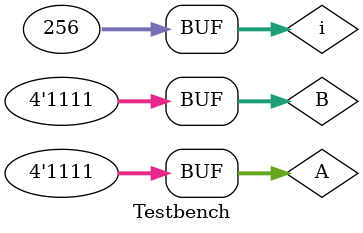
<source format=v>
`timescale 1ns / 1ps


module Testbench;

	// Inputs
	reg [3:0] A;
	reg [3:0] B;

	// Outputs
	wire [3:0] Sum;
	wire Cout;
	
	//vars 
	integer i;
	
	// Instantiate the Unit Under Test (UUT)
	FourBitFullAdder uut (.A(A), .B(B), .Sum(Sum), .Cout(Cout) );

	initial begin
		// Initialize Inputs
//		A = 4'b0000;B = 4'b0000;Cin = 1'b0;
//		#40 A = 4'b0010;B = 4'b1111;Cin = 1'b0;
//		#80 A = 4'b0100;B = 4'b1110;Cin = 1'b1;
//		#120 A = 4'b1000;B = 4'b1010;Cin = 1'b1;
//		repeat(10)
//		input_generate(A,B,Cin);
//		#150 $finish;
		A = 0;
		B = 0;

	end

	initial
			$monitor( "A(%b) + B(%b)  = carry sum(%b %b)",A ,B ,Cout ,Sum );

	always @ (A or B)
		begin
		for (i = 0 ; i < 16*16 ; i = i + 1)
			 #10 {A,B}= i;
		end
		// Wait 100 ns for global reset to finish
        
		// Add stimulus here

     
endmodule


</source>
